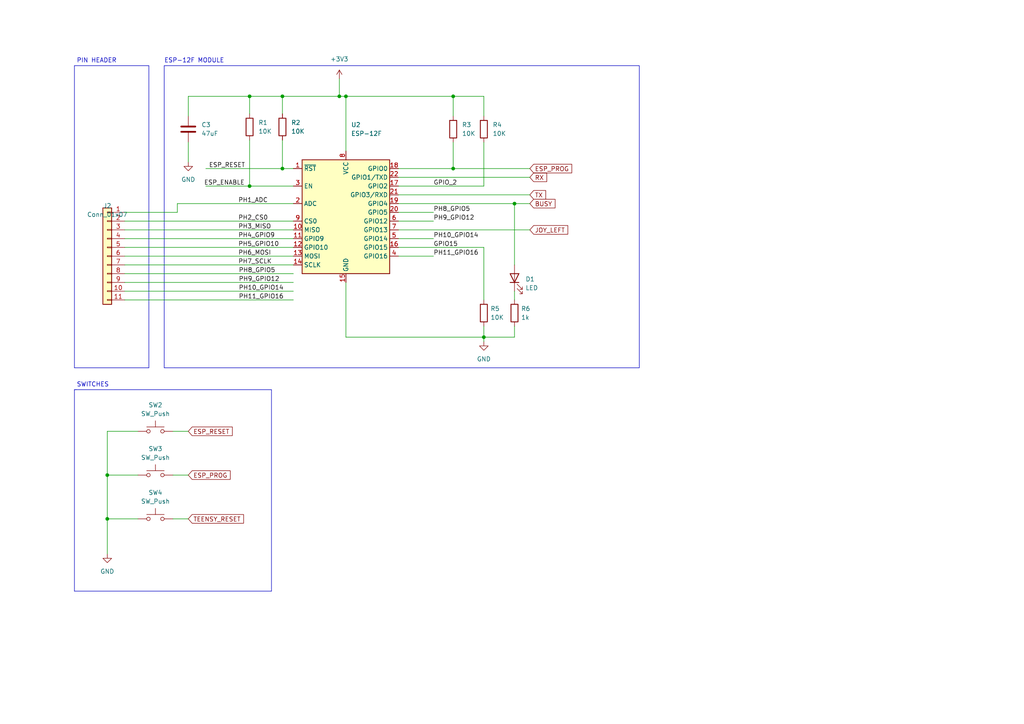
<source format=kicad_sch>
(kicad_sch (version 20230121) (generator eeschema)
  (paper "A4")
  (title_block (date "2023-02-08") (rev "0.19") (company "AK74"))
  (lib_symbols
    (symbol "Connector_Generic:Conn_01x11" (pin_names (offset 1.016) hide)
      (property "Reference" "J" (at 0 15.24 0))
      (property "Value" "Conn_01x11" (at 0 -15.24 0))
      (symbol "Conn_01x11_1_1"
        (rectangle (start -1.27 -12.573) (end 0 -12.827) (stroke (width 0.1524)))
        (rectangle (start -1.27 -10.033) (end 0 -10.287) (stroke (width 0.1524)))
        (rectangle (start -1.27 -7.493) (end 0 -7.747) (stroke (width 0.1524)))
        (rectangle (start -1.27 -4.953) (end 0 -5.207) (stroke (width 0.1524)))
        (rectangle (start -1.27 -2.413) (end 0 -2.667) (stroke (width 0.1524)))
        (rectangle (start -1.27 0.127) (end 0 -0.127) (stroke (width 0.1524)))
        (rectangle (start -1.27 2.667) (end 0 2.413) (stroke (width 0.1524)))
        (rectangle (start -1.27 5.207) (end 0 4.953) (stroke (width 0.1524)))
        (rectangle (start -1.27 7.747) (end 0 7.493) (stroke (width 0.1524)))
        (rectangle (start -1.27 10.287) (end 0 10.033) (stroke (width 0.1524)))
        (rectangle (start -1.27 12.827) (end 0 12.573) (stroke (width 0.1524)))
        (rectangle (start -1.27 13.97) (end 1.27 -13.97) (stroke (width 0.254)) (fill (type background)))
        (pin passive line (at -5.08 12.7 0) (length 3.81) (name "Pin_1") (number "1"))
        (pin passive line (at -5.08 -10.16 0) (length 3.81) (name "Pin_10") (number "10"))
        (pin passive line (at -5.08 -12.7 0) (length 3.81) (name "Pin_11") (number "11"))
        (pin passive line (at -5.08 10.16 0) (length 3.81) (name "Pin_2") (number "2"))
        (pin passive line (at -5.08 7.62 0) (length 3.81) (name "Pin_3") (number "3"))
        (pin passive line (at -5.08 5.08 0) (length 3.81) (name "Pin_4") (number "4"))
        (pin passive line (at -5.08 2.54 0) (length 3.81) (name "Pin_5") (number "5"))
        (pin passive line (at -5.08 0 0) (length 3.81) (name "Pin_6") (number "6"))
        (pin passive line (at -5.08 -2.54 0) (length 3.81) (name "Pin_7") (number "7"))
        (pin passive line (at -5.08 -5.08 0) (length 3.81) (name "Pin_8") (number "8"))
        (pin passive line (at -5.08 -7.62 0) (length 3.81) (name "Pin_9") (number "9"))
      )
    )
    (symbol "Device:C" (pin_numbers hide) (pin_names (offset 0.254))
      (property "Reference" "C" (at 0.635 2.54 0))
      (property "Value" "C" (at 0.635 -2.54 0))
      (symbol "C_0_1"
        (polyline (pts (xy -2.032 -0.762) (xy 2.032 -0.762)) (stroke (width 0.508)))
        (polyline (pts (xy -2.032 0.762) (xy 2.032 0.762)) (stroke (width 0.508)))
      )
      (symbol "C_1_1"
        (pin passive line (at 0 3.81 270) (length 2.794) (name "~") (number "1"))
        (pin passive line (at 0 -3.81 90) (length 2.794) (name "~") (number "2"))
      )
    )
    (symbol "Device:LED" (pin_numbers hide) (pin_names (offset 1.016) hide)
      (property "Reference" "D" (at 0 2.54 0))
      (property "Value" "LED" (at 0 -2.54 0))
      (symbol "LED_0_1"
        (polyline (pts (xy -1.27 -1.27) (xy -1.27 1.27)) (stroke (width 0.254)))
        (polyline (pts (xy -1.27 0) (xy 1.27 0)))
        (polyline (pts (xy 1.27 -1.27) (xy 1.27 1.27) (xy -1.27 0) (xy 1.27 -1.27)) (stroke (width 0.254)))
        (polyline (pts (xy -3.048 -0.762) (xy -4.572 -2.286) (xy -3.81 -2.286) (xy -4.572 -2.286) (xy -4.572 -1.524)))
        (polyline (pts (xy -1.778 -0.762) (xy -3.302 -2.286) (xy -2.54 -2.286) (xy -3.302 -2.286) (xy -3.302 -1.524)))
      )
      (symbol "LED_1_1"
        (pin passive line (at -3.81 0 0) (length 2.54) (name "K") (number "1"))
        (pin passive line (at 3.81 0 180) (length 2.54) (name "A") (number "2"))
      )
    )
    (symbol "Device:R" (pin_numbers hide) (pin_names (offset 0))
      (property "Reference" "R" (at 2.032 0 90))
      (property "Value" "R" (at 0 0 90))
      (symbol "R_0_1"
        (rectangle (start -1.016 -2.54) (end 1.016 2.54) (stroke (width 0.254)))
      )
      (symbol "R_1_1"
        (pin passive line (at 0 3.81 270) (length 1.27) (name "~") (number "1"))
        (pin passive line (at 0 -3.81 90) (length 1.27) (name "~") (number "2"))
      )
    )
    (symbol "RF_Module:ESP-12F"
      (property "Reference" "U" (at -12.7 19.05 0))
      (property "Value" "ESP-12F" (at 12.7 19.05 0))
      (symbol "ESP-12F_0_1"
        (rectangle (start -12.7 17.78) (end 12.7 -15.24) (stroke (width 0.254)) (fill (type background)))
      )
      (symbol "ESP-12F_1_1"
        (pin input line (at -15.24 15.24 0) (length 2.54) (name "~{RST}") (number "1"))
        (pin bidirectional line (at -15.24 -2.54 0) (length 2.54) (name "MISO") (number "10"))
        (pin bidirectional line (at -15.24 -5.08 0) (length 2.54) (name "GPIO9") (number "11"))
        (pin bidirectional line (at -15.24 -7.62 0) (length 2.54) (name "GPIO10") (number "12"))
        (pin bidirectional line (at -15.24 -10.16 0) (length 2.54) (name "MOSI") (number "13"))
        (pin bidirectional line (at -15.24 -12.7 0) (length 2.54) (name "SCLK") (number "14"))
        (pin power_in line (at 0 -17.78 90) (length 2.54) (name "GND") (number "15"))
        (pin bidirectional line (at 15.24 -7.62 180) (length 2.54) (name "GPIO15") (number "16"))
        (pin bidirectional line (at 15.24 10.16 180) (length 2.54) (name "GPIO2") (number "17"))
        (pin bidirectional line (at 15.24 15.24 180) (length 2.54) (name "GPIO0") (number "18"))
        (pin bidirectional line (at 15.24 5.08 180) (length 2.54) (name "GPIO4") (number "19"))
        (pin input line (at -15.24 5.08 0) (length 2.54) (name "ADC") (number "2"))
        (pin bidirectional line (at 15.24 2.54 180) (length 2.54) (name "GPIO5") (number "20"))
        (pin bidirectional line (at 15.24 7.62 180) (length 2.54) (name "GPIO3/RXD") (number "21"))
        (pin bidirectional line (at 15.24 12.7 180) (length 2.54) (name "GPIO1/TXD") (number "22"))
        (pin input line (at -15.24 10.16 0) (length 2.54) (name "EN") (number "3"))
        (pin bidirectional line (at 15.24 -10.16 180) (length 2.54) (name "GPIO16") (number "4"))
        (pin bidirectional line (at 15.24 -5.08 180) (length 2.54) (name "GPIO14") (number "5"))
        (pin bidirectional line (at 15.24 0 180) (length 2.54) (name "GPIO12") (number "6"))
        (pin bidirectional line (at 15.24 -2.54 180) (length 2.54) (name "GPIO13") (number "7"))
        (pin power_in line (at 0 20.32 270) (length 2.54) (name "VCC") (number "8"))
        (pin input line (at -15.24 0 0) (length 2.54) (name "CS0") (number "9"))
      )
    )
    (symbol "Switch:SW_Push" (pin_numbers hide) (pin_names (offset 1.016) hide)
      (property "Reference" "SW" (at 1.27 2.54 0))
      (property "Value" "SW_Push" (at 0 -1.524 0))
      (symbol "SW_Push_0_1"
        (circle (center -2.032 0) (radius 0.508))
        (polyline (pts (xy 0 1.27) (xy 0 3.048)))
        (polyline (pts (xy 2.54 1.27) (xy -2.54 1.27)))
        (circle (center 2.032 0) (radius 0.508))
        (pin passive line (at -5.08 0 0) (length 2.54) (name "1") (number "1"))
        (pin passive line (at 5.08 0 180) (length 2.54) (name "2") (number "2"))
      )
    )
    (symbol "power:+3V3" (power) (pin_names (offset 0))
      (property "Value" "+3V3" (at 0 3.556 0))
      (symbol "+3V3_0_1"
        (polyline (pts (xy -0.762 1.27) (xy 0 2.54)))
        (polyline (pts (xy 0 0) (xy 0 2.54)))
        (polyline (pts (xy 0 2.54) (xy 0.762 1.27)))
      )
      (symbol "+3V3_1_1"
        (pin power_in line (at 0 0 90) (length 0) hide (name "+3V3") (number "1"))
      )
    )
    (symbol "power:GND" (power) (pin_names (offset 0))
      (property "Value" "GND" (at 0 -3.81 0))
      (symbol "GND_0_1"
        (polyline (pts (xy 0 0) (xy 0 -1.27) (xy 1.27 -1.27) (xy 0 -2.54) (xy -1.27 -1.27) (xy 0 -1.27)))
      )
      (symbol "GND_1_1"
        (pin power_in line (at 0 0 270) (length 0) hide (name "GND") (number "1"))
      )
    )
  )
  (junction (at 72.39 53.975))
  (junction (at 81.915 27.94))
  (junction (at 131.445 48.895))
  (junction (at 131.445 27.94))
  (junction (at 31.115 137.795))
  (junction (at 100.33 27.94))
  (junction (at 149.225 59.055))
  (junction (at 81.915 48.895))
  (junction (at 140.335 97.79))
  (junction (at 98.425 27.94))
  (junction (at 31.115 150.495))
  (junction (at 72.39 27.94))
  (wire (pts (xy 59.69 53.975) (xy 72.39 53.975)))
  (wire (pts (xy 36.195 66.675) (xy 85.09 66.675)))
  (wire (pts (xy 149.225 59.055) (xy 153.67 59.055)))
  (wire (pts (xy 72.39 40.64) (xy 72.39 53.975)))
  (wire (pts (xy 81.915 33.02) (xy 81.915 27.94)))
  (wire (pts (xy 31.115 137.795) (xy 40.005 137.795)))
  (polyline (pts (xy 43.18 19.05) (xy 43.18 106.68)))
  (wire (pts (xy 100.33 27.94) (xy 98.425 27.94)))
  (polyline (pts (xy 47.625 19.05) (xy 185.42 19.05)))
  (wire (pts (xy 81.915 48.895) (xy 85.09 48.895)))
  (wire (pts (xy 115.57 61.595) (xy 125.73 61.595)))
  (wire (pts (xy 31.115 137.795) (xy 31.115 150.495)))
  (wire (pts (xy 51.435 59.055) (xy 51.435 61.595)))
  (wire (pts (xy 72.39 33.02) (xy 72.39 27.94)))
  (polyline (pts (xy 185.42 19.05) (xy 185.42 106.68)))
  (wire (pts (xy 31.115 150.495) (xy 40.005 150.495)))
  (wire (pts (xy 115.57 51.435) (xy 153.67 51.435)))
  (polyline (pts (xy 43.18 106.68) (xy 21.59 106.68)))
  (wire (pts (xy 59.69 48.895) (xy 81.915 48.895)))
  (wire (pts (xy 140.335 53.975) (xy 140.335 41.275)))
  (wire (pts (xy 50.165 150.495) (xy 54.61 150.495)))
  (polyline (pts (xy 21.59 106.68) (xy 21.59 19.05)))
  (wire (pts (xy 131.445 48.895) (xy 131.445 41.275)))
  (polyline (pts (xy 21.59 171.45) (xy 21.59 113.03)))
  (wire (pts (xy 115.57 56.515) (xy 153.67 56.515)))
  (wire (pts (xy 31.115 150.495) (xy 31.115 160.655)))
  (wire (pts (xy 115.57 48.895) (xy 131.445 48.895)))
  (wire (pts (xy 31.115 125.095) (xy 31.115 137.795)))
  (wire (pts (xy 149.225 94.615) (xy 149.225 97.79)))
  (wire (pts (xy 131.445 48.895) (xy 153.67 48.895)))
  (wire (pts (xy 140.335 97.79) (xy 100.33 97.79)))
  (wire (pts (xy 115.57 64.135) (xy 125.73 64.135)))
  (wire (pts (xy 40.005 125.095) (xy 31.115 125.095)))
  (wire (pts (xy 36.195 61.595) (xy 51.435 61.595)))
  (wire (pts (xy 72.39 53.975) (xy 85.09 53.975)))
  (wire (pts (xy 36.195 86.995) (xy 85.09 86.995)))
  (wire (pts (xy 36.195 64.135) (xy 85.09 64.135)))
  (wire (pts (xy 131.445 27.94) (xy 131.445 33.655)))
  (wire (pts (xy 36.195 79.375) (xy 85.09 79.375)))
  (wire (pts (xy 50.165 125.095) (xy 54.61 125.095)))
  (wire (pts (xy 149.225 59.055) (xy 149.225 76.835)))
  (wire (pts (xy 115.57 66.675) (xy 153.67 66.675)))
  (polyline (pts (xy 185.42 106.68) (xy 47.625 106.68)))
  (wire (pts (xy 140.335 97.79) (xy 149.225 97.79)))
  (wire (pts (xy 140.335 71.755) (xy 115.57 71.755)))
  (wire (pts (xy 131.445 27.94) (xy 140.335 27.94)))
  (polyline (pts (xy 21.59 113.03) (xy 78.74 113.03)))
  (wire (pts (xy 36.195 71.755) (xy 85.09 71.755)))
  (wire (pts (xy 72.39 27.94) (xy 81.915 27.94)))
  (wire (pts (xy 100.33 27.94) (xy 131.445 27.94)))
  (wire (pts (xy 100.33 27.94) (xy 100.33 43.815)))
  (polyline (pts (xy 21.59 113.03) (xy 22.225 113.03)))
  (wire (pts (xy 115.57 74.295) (xy 125.73 74.295)))
  (wire (pts (xy 51.435 59.055) (xy 85.09 59.055)))
  (wire (pts (xy 54.61 33.655) (xy 54.61 27.94)))
  (wire (pts (xy 36.195 84.455) (xy 85.09 84.455)))
  (wire (pts (xy 100.33 81.915) (xy 100.33 97.79)))
  (wire (pts (xy 149.225 84.455) (xy 149.225 86.995)))
  (wire (pts (xy 140.335 94.615) (xy 140.335 97.79)))
  (wire (pts (xy 36.195 81.915) (xy 85.09 81.915)))
  (wire (pts (xy 54.61 41.275) (xy 54.61 46.99)))
  (polyline (pts (xy 78.74 171.45) (xy 21.59 171.45)))
  (wire (pts (xy 140.335 97.79) (xy 140.335 99.06)))
  (wire (pts (xy 54.61 27.94) (xy 72.39 27.94)))
  (polyline (pts (xy 21.59 19.05) (xy 43.18 19.05)))
  (wire (pts (xy 81.915 40.64) (xy 81.915 48.895)))
  (wire (pts (xy 50.165 137.795) (xy 54.61 137.795)))
  (polyline (pts (xy 47.625 19.05) (xy 47.625 106.68)))
  (wire (pts (xy 140.335 71.755) (xy 140.335 86.995)))
  (polyline (pts (xy 78.74 113.03) (xy 78.74 171.45)))
  (wire (pts (xy 115.57 69.215) (xy 125.73 69.215)))
  (wire (pts (xy 115.57 53.975) (xy 140.335 53.975)))
  (wire (pts (xy 36.195 76.835) (xy 85.09 76.835)))
  (wire (pts (xy 115.57 59.055) (xy 149.225 59.055)))
  (wire (pts (xy 81.915 27.94) (xy 98.425 27.94)))
  (wire (pts (xy 36.195 69.215) (xy 85.09 69.215)))
  (wire (pts (xy 98.425 22.86) (xy 98.425 27.94)))
  (wire (pts (xy 140.335 33.655) (xy 140.335 27.94)))
  (wire (pts (xy 36.195 74.295) (xy 85.09 74.295)))
  (text "ESP-12F MODULE" (at 47.625 18.415 0) (effects (font (size 1.27 1.27)) (justify left bottom)))
  (text "PIN HEADER" (at 22.225 18.415 0) (effects (font (size 1.27 1.27)) (justify left bottom)))
  (text "SWITCHES" (at 22.225 112.395 0) (effects (font (size 1.27 1.27)) (justify left bottom)))
  (label "PH8_GPIO5" (at 125.73 61.595 0))
  (label "PH11_GPIO16" (at 69.215 86.995 0))
  (label "PH9_GPIO12" (at 69.215 81.915 0))
  (label "PH11_GPIO16" (at 125.73 74.295 0))
  (label "PH10_GPIO14" (at 125.73 69.215 0))
  (label "PH8_GPIO5" (at 69.215 79.375 0))
  (label "PH1_ADC" (at 69.088 59.055 0))
  (label "PH6_MOSI" (at 69.088 74.295 0))
  (label "PH4_GPIO9" (at 69.088 69.215 0))
  (label "PH10_GPIO14" (at 69.215 84.455 0))
  (label "PH9_GPIO12" (at 125.73 64.135 0))
  (label "PH3_MISO" (at 69.088 66.675 0))
  (label "PH7_SCLK" (at 69.088 76.835 0))
  (label "PH2_CS0" (at 69.088 64.135 0))
  (label "PH5_GPIO10" (at 69.088 71.755 0))
  (label "GPIO_2" (at 125.73 53.975 0))
  (label "ESP_RESET" (at 71.12 48.895 180))
  (label "ESP_ENABLE" (at 70.993 53.975 180))
  (label "GPIO15" (at 125.73 71.755 0))
  (global_label "TX" (shape input) (at 153.67 56.515 0) (property "Intersheetrefs" "${INTERSHEET_REFS}" (effects hide)))
  (global_label "ESP_PROG" (shape input) (at 153.67 48.895 0) (property "Intersheetrefs" "${INTERSHEET_REFS}" (effects hide)))
  (global_label "ESP_PROG" (shape input) (at 54.61 137.795 0) (property "Intersheetrefs" "${INTERSHEET_REFS}" (effects hide)))
  (global_label "RX" (shape input) (at 153.67 51.435 0) (property "Intersheetrefs" "${INTERSHEET_REFS}" (effects hide)))
  (global_label "JOY_LEFT" (shape input) (at 153.67 66.675 0) (property "Intersheetrefs" "${INTERSHEET_REFS}" (effects hide)))
  (global_label "TEENSY_RESET" (shape input) (at 54.61 150.495 0) (property "Intersheetrefs" "${INTERSHEET_REFS}" (effects hide)))
  (global_label "ESP_RESET" (shape input) (at 54.61 125.095 0) (property "Intersheetrefs" "${INTERSHEET_REFS}" (effects hide)))
  (global_label "BUSY" (shape input) (at 153.67 59.055 0) (property "Intersheetrefs" "${INTERSHEET_REFS}" (effects hide)))
  (symbol (lib_id "Switch:SW_Push") (at 45.085 137.795 0) (unit 1)
    (property "Reference" "SW3" (at 45.085 130.175 0))
    (property "Value" "SW_Push" (at 45.085 132.715 0))
    (property "Footprint" "ak74:SW_SKSCLDE010" (effects hide))
    (property "LCSC" "C115362" (effects hide))
  )
  (symbol (lib_id "Connector_Generic:Conn_01x11") (at 31.115 74.295 0) (mirror y) (unit 1)
    (property "Reference" "J2" (at 31.115 59.69 0))
    (property "Value" "Conn_01x07" (at 31.115 62.23 0))
    (property "Footprint" "Connector_PinHeader_2.54mm:PinHeader_1x11_P2.54mm_Vertical" (effects hide))
  )
  (symbol (lib_id "Device:R") (at 131.445 37.465 0) (unit 1)
    (property "Reference" "R3" (at 133.985 36.1949 0) (effects (justify left)))
    (property "Value" "10K" (at 133.985 38.7349 0) (effects (justify left)))
    (property "Footprint" "Resistor_SMD:R_0603_1608Metric_Pad0.98x0.95mm_HandSolder" (effects hide))
  )
  (symbol (lib_id "power:GND") (at 31.115 160.655 0) (unit 1)
    (property "Reference" "#PWR010" (effects hide))
    (property "Value" "GND" (at 31.115 165.735 0))
  )
  (symbol (lib_id "Switch:SW_Push") (at 45.085 150.495 0) (unit 1)
    (property "Reference" "SW4" (at 45.085 142.875 0))
    (property "Value" "SW_Push" (at 45.085 145.415 0))
    (property "Footprint" "ak74:SW_SKSCLDE010" (effects hide))
    (property "LCSC" "C115362" (effects hide))
  )
  (symbol (lib_id "Switch:SW_Push") (at 45.085 125.095 0) (unit 1)
    (property "Reference" "SW2" (at 45.085 117.475 0))
    (property "Value" "SW_Push" (at 45.085 120.015 0))
    (property "Footprint" "ak74:SW_SKSCLDE010" (effects hide))
    (property "LCSC" "C115362" (effects hide))
  )
  (symbol (lib_id "Device:R") (at 81.915 36.83 0) (unit 1)
    (property "Reference" "R2" (at 84.455 35.5599 0) (effects (justify left)))
    (property "Value" "10K" (at 84.455 38.0999 0) (effects (justify left)))
    (property "Footprint" "Resistor_SMD:R_0603_1608Metric_Pad0.98x0.95mm_HandSolder" (effects hide))
  )
  (symbol (lib_id "Device:R") (at 140.335 90.805 0) (unit 1)
    (property "Reference" "R5" (at 142.24 89.5349 0) (effects (justify left)))
    (property "Value" "10K" (at 142.24 92.0749 0) (effects (justify left)))
    (property "Footprint" "Resistor_SMD:R_0603_1608Metric_Pad0.98x0.95mm_HandSolder" (effects hide))
  )
  (symbol (lib_id "Device:R") (at 149.225 90.805 0) (unit 1)
    (property "Reference" "R6" (at 151.13 89.5349 0) (effects (justify left)))
    (property "Value" "1k" (at 151.13 92.0749 0) (effects (justify left)))
    (property "Footprint" "Resistor_SMD:R_0603_1608Metric_Pad0.98x0.95mm_HandSolder" (effects hide))
  )
  (symbol (lib_id "Device:R") (at 140.335 37.465 0) (unit 1)
    (property "Reference" "R4" (at 142.875 36.1949 0) (effects (justify left)))
    (property "Value" "10K" (at 142.875 38.7349 0) (effects (justify left)))
    (property "Footprint" "Resistor_SMD:R_0603_1608Metric_Pad0.98x0.95mm_HandSolder" (effects hide))
  )
  (symbol (lib_id "Device:LED") (at 149.225 80.645 90) (unit 1)
    (property "Reference" "D1" (at 152.4 80.9624 90) (effects (justify right)))
    (property "Value" "LED" (at 152.4 83.5024 90) (effects (justify right)))
    (property "Footprint" "LED_SMD:LED_0603_1608Metric_Pad1.05x0.95mm_HandSolder" (effects hide))
  )
  (symbol (lib_id "Device:R") (at 72.39 36.83 0) (unit 1)
    (property "Reference" "R1" (at 74.93 35.5599 0) (effects (justify left)))
    (property "Value" "10K" (at 74.93 38.0999 0) (effects (justify left)))
    (property "Footprint" "Resistor_SMD:R_0603_1608Metric_Pad0.98x0.95mm_HandSolder" (effects hide))
  )
  (symbol (lib_id "power:GND") (at 54.61 46.99 0) (unit 1)
    (property "Reference" "#PWR08" (effects hide))
    (property "Value" "GND" (at 54.61 52.07 0))
  )
  (symbol (lib_id "power:GND") (at 140.335 99.06 0) (unit 1)
    (property "Reference" "#PWR09" (effects hide))
    (property "Value" "GND" (at 140.335 104.14 0))
  )
  (symbol (lib_id "RF_Module:ESP-12F") (at 100.33 64.135 0) (unit 1)
    (property "Reference" "U2" (at 101.8414 36.195 0) (effects (justify left)))
    (property "Value" "ESP-12F" (at 101.8414 38.735 0) (effects (justify left)))
    (property "Footprint" "RF_Module:ESP-12E" (effects hide))
    (property "Datasheet" "http://wiki.ai-thinker.com/_media/esp8266/esp8266_series_modules_user_manual_v1.1.pdf" (effects hide))
  )
  (symbol (lib_id "power:+3V3") (at 98.425 22.86 0) (unit 1)
    (property "Reference" "#PWR07" (effects hide))
    (property "Value" "+3V3" (at 98.425 17.145 0))
  )
  (symbol (lib_id "Device:C") (at 54.61 37.465 0) (unit 1)
    (property "Reference" "C3" (at 58.42 36.1949 0) (effects (justify left)))
    (property "Value" "47uF" (at 58.42 38.7349 0) (effects (justify left)))
    (property "Footprint" "Capacitor_SMD:C_0805_2012Metric_Pad1.18x1.45mm_HandSolder" (effects hide))
  )
)
</source>
